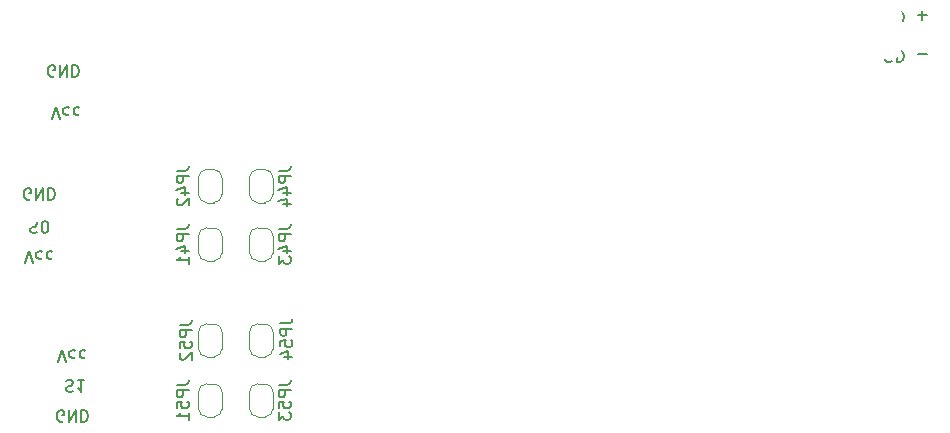
<source format=gbr>
%TF.GenerationSoftware,KiCad,Pcbnew,(5.1.10)-1*%
%TF.CreationDate,2022-02-21T21:55:40+01:00*%
%TF.ProjectId,BSPD-CV_3_0_01B,42535044-2d43-4565-9f33-5f305f303142,rev?*%
%TF.SameCoordinates,Original*%
%TF.FileFunction,Legend,Bot*%
%TF.FilePolarity,Positive*%
%FSLAX46Y46*%
G04 Gerber Fmt 4.6, Leading zero omitted, Abs format (unit mm)*
G04 Created by KiCad (PCBNEW (5.1.10)-1) date 2022-02-21 21:55:40*
%MOMM*%
%LPD*%
G01*
G04 APERTURE LIST*
%ADD10C,0.150000*%
%ADD11C,0.120000*%
%ADD12O,1.600000X1.600000*%
%ADD13R,1.600000X1.600000*%
%ADD14C,1.700000*%
%ADD15O,2.200000X1.700000*%
%ADD16C,4.700000*%
%ADD17C,2.000000*%
%ADD18C,0.100000*%
G04 APERTURE END LIST*
D10*
X224528285Y-107545238D02*
X224671142Y-107497619D01*
X224909238Y-107497619D01*
X225004476Y-107545238D01*
X225052095Y-107592857D01*
X225099714Y-107688095D01*
X225099714Y-107783333D01*
X225052095Y-107878571D01*
X225004476Y-107926190D01*
X224909238Y-107973809D01*
X224718761Y-108021428D01*
X224623523Y-108069047D01*
X224575904Y-108116666D01*
X224528285Y-108211904D01*
X224528285Y-108307142D01*
X224575904Y-108402380D01*
X224623523Y-108450000D01*
X224718761Y-108497619D01*
X224956857Y-108497619D01*
X225099714Y-108450000D01*
X225528285Y-107497619D02*
X225528285Y-108497619D01*
X225766380Y-108497619D01*
X225909238Y-108450000D01*
X226004476Y-108354761D01*
X226052095Y-108259523D01*
X226099714Y-108069047D01*
X226099714Y-107926190D01*
X226052095Y-107735714D01*
X226004476Y-107640476D01*
X225909238Y-107545238D01*
X225766380Y-107497619D01*
X225528285Y-107497619D01*
X227290190Y-107878571D02*
X228052095Y-107878571D01*
X224528285Y-104243238D02*
X224671142Y-104195619D01*
X224909238Y-104195619D01*
X225004476Y-104243238D01*
X225052095Y-104290857D01*
X225099714Y-104386095D01*
X225099714Y-104481333D01*
X225052095Y-104576571D01*
X225004476Y-104624190D01*
X224909238Y-104671809D01*
X224718761Y-104719428D01*
X224623523Y-104767047D01*
X224575904Y-104814666D01*
X224528285Y-104909904D01*
X224528285Y-105005142D01*
X224575904Y-105100380D01*
X224623523Y-105148000D01*
X224718761Y-105195619D01*
X224956857Y-105195619D01*
X225099714Y-105148000D01*
X225528285Y-104195619D02*
X225528285Y-105195619D01*
X225766380Y-105195619D01*
X225909238Y-105148000D01*
X226004476Y-105052761D01*
X226052095Y-104957523D01*
X226099714Y-104767047D01*
X226099714Y-104624190D01*
X226052095Y-104433714D01*
X226004476Y-104338476D01*
X225909238Y-104243238D01*
X225766380Y-104195619D01*
X225528285Y-104195619D01*
X227290190Y-104576571D02*
X228052095Y-104576571D01*
X227671142Y-104195619D02*
X227671142Y-104957523D01*
X154178095Y-109720000D02*
X154082857Y-109767619D01*
X153940000Y-109767619D01*
X153797142Y-109720000D01*
X153701904Y-109624761D01*
X153654285Y-109529523D01*
X153606666Y-109339047D01*
X153606666Y-109196190D01*
X153654285Y-109005714D01*
X153701904Y-108910476D01*
X153797142Y-108815238D01*
X153940000Y-108767619D01*
X154035238Y-108767619D01*
X154178095Y-108815238D01*
X154225714Y-108862857D01*
X154225714Y-109196190D01*
X154035238Y-109196190D01*
X154654285Y-108767619D02*
X154654285Y-109767619D01*
X155225714Y-108767619D01*
X155225714Y-109767619D01*
X155701904Y-108767619D02*
X155701904Y-109767619D01*
X155940000Y-109767619D01*
X156082857Y-109720000D01*
X156178095Y-109624761D01*
X156225714Y-109529523D01*
X156273333Y-109339047D01*
X156273333Y-109196190D01*
X156225714Y-109005714D01*
X156178095Y-108910476D01*
X156082857Y-108815238D01*
X155940000Y-108767619D01*
X155701904Y-108767619D01*
X154003523Y-113323619D02*
X154336857Y-112323619D01*
X154670190Y-113323619D01*
X155432095Y-112371238D02*
X155336857Y-112323619D01*
X155146380Y-112323619D01*
X155051142Y-112371238D01*
X155003523Y-112418857D01*
X154955904Y-112514095D01*
X154955904Y-112799809D01*
X155003523Y-112895047D01*
X155051142Y-112942666D01*
X155146380Y-112990285D01*
X155336857Y-112990285D01*
X155432095Y-112942666D01*
X156289238Y-112371238D02*
X156194000Y-112323619D01*
X156003523Y-112323619D01*
X155908285Y-112371238D01*
X155860666Y-112418857D01*
X155813047Y-112514095D01*
X155813047Y-112799809D01*
X155860666Y-112895047D01*
X155908285Y-112942666D01*
X156003523Y-112990285D01*
X156194000Y-112990285D01*
X156289238Y-112942666D01*
X155194095Y-135485238D02*
X155336952Y-135437619D01*
X155575047Y-135437619D01*
X155670285Y-135485238D01*
X155717904Y-135532857D01*
X155765523Y-135628095D01*
X155765523Y-135723333D01*
X155717904Y-135818571D01*
X155670285Y-135866190D01*
X155575047Y-135913809D01*
X155384571Y-135961428D01*
X155289333Y-136009047D01*
X155241714Y-136056666D01*
X155194095Y-136151904D01*
X155194095Y-136247142D01*
X155241714Y-136342380D01*
X155289333Y-136390000D01*
X155384571Y-136437619D01*
X155622666Y-136437619D01*
X155765523Y-136390000D01*
X156717904Y-135437619D02*
X156146476Y-135437619D01*
X156432190Y-135437619D02*
X156432190Y-136437619D01*
X156336952Y-136294761D01*
X156241714Y-136199523D01*
X156146476Y-136151904D01*
X154940095Y-138930000D02*
X154844857Y-138977619D01*
X154702000Y-138977619D01*
X154559142Y-138930000D01*
X154463904Y-138834761D01*
X154416285Y-138739523D01*
X154368666Y-138549047D01*
X154368666Y-138406190D01*
X154416285Y-138215714D01*
X154463904Y-138120476D01*
X154559142Y-138025238D01*
X154702000Y-137977619D01*
X154797238Y-137977619D01*
X154940095Y-138025238D01*
X154987714Y-138072857D01*
X154987714Y-138406190D01*
X154797238Y-138406190D01*
X155416285Y-137977619D02*
X155416285Y-138977619D01*
X155987714Y-137977619D01*
X155987714Y-138977619D01*
X156463904Y-137977619D02*
X156463904Y-138977619D01*
X156702000Y-138977619D01*
X156844857Y-138930000D01*
X156940095Y-138834761D01*
X156987714Y-138739523D01*
X157035333Y-138549047D01*
X157035333Y-138406190D01*
X156987714Y-138215714D01*
X156940095Y-138120476D01*
X156844857Y-138025238D01*
X156702000Y-137977619D01*
X156463904Y-137977619D01*
X154511523Y-133897619D02*
X154844857Y-132897619D01*
X155178190Y-133897619D01*
X155940095Y-132945238D02*
X155844857Y-132897619D01*
X155654380Y-132897619D01*
X155559142Y-132945238D01*
X155511523Y-132992857D01*
X155463904Y-133088095D01*
X155463904Y-133373809D01*
X155511523Y-133469047D01*
X155559142Y-133516666D01*
X155654380Y-133564285D01*
X155844857Y-133564285D01*
X155940095Y-133516666D01*
X156797238Y-132945238D02*
X156702000Y-132897619D01*
X156511523Y-132897619D01*
X156416285Y-132945238D01*
X156368666Y-132992857D01*
X156321047Y-133088095D01*
X156321047Y-133373809D01*
X156368666Y-133469047D01*
X156416285Y-133516666D01*
X156511523Y-133564285D01*
X156702000Y-133564285D01*
X156797238Y-133516666D01*
X151717523Y-125515619D02*
X152050857Y-124515619D01*
X152384190Y-125515619D01*
X153146095Y-124563238D02*
X153050857Y-124515619D01*
X152860380Y-124515619D01*
X152765142Y-124563238D01*
X152717523Y-124610857D01*
X152669904Y-124706095D01*
X152669904Y-124991809D01*
X152717523Y-125087047D01*
X152765142Y-125134666D01*
X152860380Y-125182285D01*
X153050857Y-125182285D01*
X153146095Y-125134666D01*
X154003238Y-124563238D02*
X153908000Y-124515619D01*
X153717523Y-124515619D01*
X153622285Y-124563238D01*
X153574666Y-124610857D01*
X153527047Y-124706095D01*
X153527047Y-124991809D01*
X153574666Y-125087047D01*
X153622285Y-125134666D01*
X153717523Y-125182285D01*
X153908000Y-125182285D01*
X154003238Y-125134666D01*
X152146095Y-122023238D02*
X152288952Y-121975619D01*
X152527047Y-121975619D01*
X152622285Y-122023238D01*
X152669904Y-122070857D01*
X152717523Y-122166095D01*
X152717523Y-122261333D01*
X152669904Y-122356571D01*
X152622285Y-122404190D01*
X152527047Y-122451809D01*
X152336571Y-122499428D01*
X152241333Y-122547047D01*
X152193714Y-122594666D01*
X152146095Y-122689904D01*
X152146095Y-122785142D01*
X152193714Y-122880380D01*
X152241333Y-122928000D01*
X152336571Y-122975619D01*
X152574666Y-122975619D01*
X152717523Y-122928000D01*
X153336571Y-122975619D02*
X153431809Y-122975619D01*
X153527047Y-122928000D01*
X153574666Y-122880380D01*
X153622285Y-122785142D01*
X153669904Y-122594666D01*
X153669904Y-122356571D01*
X153622285Y-122166095D01*
X153574666Y-122070857D01*
X153527047Y-122023238D01*
X153431809Y-121975619D01*
X153336571Y-121975619D01*
X153241333Y-122023238D01*
X153193714Y-122070857D01*
X153146095Y-122166095D01*
X153098476Y-122356571D01*
X153098476Y-122594666D01*
X153146095Y-122785142D01*
X153193714Y-122880380D01*
X153241333Y-122928000D01*
X153336571Y-122975619D01*
X152146095Y-120134000D02*
X152050857Y-120181619D01*
X151908000Y-120181619D01*
X151765142Y-120134000D01*
X151669904Y-120038761D01*
X151622285Y-119943523D01*
X151574666Y-119753047D01*
X151574666Y-119610190D01*
X151622285Y-119419714D01*
X151669904Y-119324476D01*
X151765142Y-119229238D01*
X151908000Y-119181619D01*
X152003238Y-119181619D01*
X152146095Y-119229238D01*
X152193714Y-119276857D01*
X152193714Y-119610190D01*
X152003238Y-119610190D01*
X152622285Y-119181619D02*
X152622285Y-120181619D01*
X153193714Y-119181619D01*
X153193714Y-120181619D01*
X153669904Y-119181619D02*
X153669904Y-120181619D01*
X153908000Y-120181619D01*
X154050857Y-120134000D01*
X154146095Y-120038761D01*
X154193714Y-119943523D01*
X154241333Y-119753047D01*
X154241333Y-119610190D01*
X154193714Y-119419714D01*
X154146095Y-119324476D01*
X154050857Y-119229238D01*
X153908000Y-119181619D01*
X153669904Y-119181619D01*
D11*
%TO.C,JP54*%
X170704000Y-131380000D02*
X170704000Y-132780000D01*
X171404000Y-133480000D02*
X172004000Y-133480000D01*
X172704000Y-132780000D02*
X172704000Y-131380000D01*
X172004000Y-130680000D02*
X171404000Y-130680000D01*
X171404000Y-130680000D02*
G75*
G03*
X170704000Y-131380000I0J-700000D01*
G01*
X172704000Y-131380000D02*
G75*
G03*
X172004000Y-130680000I-700000J0D01*
G01*
X172004000Y-133480000D02*
G75*
G03*
X172704000Y-132780000I0J700000D01*
G01*
X170704000Y-132780000D02*
G75*
G03*
X171404000Y-133480000I700000J0D01*
G01*
%TO.C,JP53*%
X172704000Y-137860000D02*
X172704000Y-136460000D01*
X172004000Y-135760000D02*
X171404000Y-135760000D01*
X170704000Y-136460000D02*
X170704000Y-137860000D01*
X171404000Y-138560000D02*
X172004000Y-138560000D01*
X172004000Y-138560000D02*
G75*
G03*
X172704000Y-137860000I0J700000D01*
G01*
X170704000Y-137860000D02*
G75*
G03*
X171404000Y-138560000I700000J0D01*
G01*
X171404000Y-135760000D02*
G75*
G03*
X170704000Y-136460000I0J-700000D01*
G01*
X172704000Y-136460000D02*
G75*
G03*
X172004000Y-135760000I-700000J0D01*
G01*
%TO.C,JP52*%
X166386000Y-131380000D02*
X166386000Y-132780000D01*
X167086000Y-133480000D02*
X167686000Y-133480000D01*
X168386000Y-132780000D02*
X168386000Y-131380000D01*
X167686000Y-130680000D02*
X167086000Y-130680000D01*
X167086000Y-130680000D02*
G75*
G03*
X166386000Y-131380000I0J-700000D01*
G01*
X168386000Y-131380000D02*
G75*
G03*
X167686000Y-130680000I-700000J0D01*
G01*
X167686000Y-133480000D02*
G75*
G03*
X168386000Y-132780000I0J700000D01*
G01*
X166386000Y-132780000D02*
G75*
G03*
X167086000Y-133480000I700000J0D01*
G01*
%TO.C,JP51*%
X168386000Y-137860000D02*
X168386000Y-136460000D01*
X167686000Y-135760000D02*
X167086000Y-135760000D01*
X166386000Y-136460000D02*
X166386000Y-137860000D01*
X167086000Y-138560000D02*
X167686000Y-138560000D01*
X167686000Y-138560000D02*
G75*
G03*
X168386000Y-137860000I0J700000D01*
G01*
X166386000Y-137860000D02*
G75*
G03*
X167086000Y-138560000I700000J0D01*
G01*
X167086000Y-135760000D02*
G75*
G03*
X166386000Y-136460000I0J-700000D01*
G01*
X168386000Y-136460000D02*
G75*
G03*
X167686000Y-135760000I-700000J0D01*
G01*
%TO.C,JP44*%
X170704000Y-118314000D02*
X170704000Y-119714000D01*
X171404000Y-120414000D02*
X172004000Y-120414000D01*
X172704000Y-119714000D02*
X172704000Y-118314000D01*
X172004000Y-117614000D02*
X171404000Y-117614000D01*
X171404000Y-117614000D02*
G75*
G03*
X170704000Y-118314000I0J-700000D01*
G01*
X172704000Y-118314000D02*
G75*
G03*
X172004000Y-117614000I-700000J0D01*
G01*
X172004000Y-120414000D02*
G75*
G03*
X172704000Y-119714000I0J700000D01*
G01*
X170704000Y-119714000D02*
G75*
G03*
X171404000Y-120414000I700000J0D01*
G01*
%TO.C,JP43*%
X172704000Y-124652000D02*
X172704000Y-123252000D01*
X172004000Y-122552000D02*
X171404000Y-122552000D01*
X170704000Y-123252000D02*
X170704000Y-124652000D01*
X171404000Y-125352000D02*
X172004000Y-125352000D01*
X172004000Y-125352000D02*
G75*
G03*
X172704000Y-124652000I0J700000D01*
G01*
X170704000Y-124652000D02*
G75*
G03*
X171404000Y-125352000I700000J0D01*
G01*
X171404000Y-122552000D02*
G75*
G03*
X170704000Y-123252000I0J-700000D01*
G01*
X172704000Y-123252000D02*
G75*
G03*
X172004000Y-122552000I-700000J0D01*
G01*
%TO.C,JP42*%
X166386000Y-118314000D02*
X166386000Y-119714000D01*
X167086000Y-120414000D02*
X167686000Y-120414000D01*
X168386000Y-119714000D02*
X168386000Y-118314000D01*
X167686000Y-117614000D02*
X167086000Y-117614000D01*
X167086000Y-117614000D02*
G75*
G03*
X166386000Y-118314000I0J-700000D01*
G01*
X168386000Y-118314000D02*
G75*
G03*
X167686000Y-117614000I-700000J0D01*
G01*
X167686000Y-120414000D02*
G75*
G03*
X168386000Y-119714000I0J700000D01*
G01*
X166386000Y-119714000D02*
G75*
G03*
X167086000Y-120414000I700000J0D01*
G01*
%TO.C,JP41*%
X168386000Y-124652000D02*
X168386000Y-123252000D01*
X167686000Y-122552000D02*
X167086000Y-122552000D01*
X166386000Y-123252000D02*
X166386000Y-124652000D01*
X167086000Y-125352000D02*
X167686000Y-125352000D01*
X167686000Y-125352000D02*
G75*
G03*
X168386000Y-124652000I0J700000D01*
G01*
X166386000Y-124652000D02*
G75*
G03*
X167086000Y-125352000I700000J0D01*
G01*
X167086000Y-122552000D02*
G75*
G03*
X166386000Y-123252000I0J-700000D01*
G01*
X168386000Y-123252000D02*
G75*
G03*
X167686000Y-122552000I-700000J0D01*
G01*
%TO.C,JP54*%
D10*
X173315380Y-130643476D02*
X174029666Y-130643476D01*
X174172523Y-130595857D01*
X174267761Y-130500619D01*
X174315380Y-130357761D01*
X174315380Y-130262523D01*
X174315380Y-131119666D02*
X173315380Y-131119666D01*
X173315380Y-131500619D01*
X173363000Y-131595857D01*
X173410619Y-131643476D01*
X173505857Y-131691095D01*
X173648714Y-131691095D01*
X173743952Y-131643476D01*
X173791571Y-131595857D01*
X173839190Y-131500619D01*
X173839190Y-131119666D01*
X173315380Y-132595857D02*
X173315380Y-132119666D01*
X173791571Y-132072047D01*
X173743952Y-132119666D01*
X173696333Y-132214904D01*
X173696333Y-132453000D01*
X173743952Y-132548238D01*
X173791571Y-132595857D01*
X173886809Y-132643476D01*
X174124904Y-132643476D01*
X174220142Y-132595857D01*
X174267761Y-132548238D01*
X174315380Y-132453000D01*
X174315380Y-132214904D01*
X174267761Y-132119666D01*
X174220142Y-132072047D01*
X173648714Y-133500619D02*
X174315380Y-133500619D01*
X173267761Y-133262523D02*
X173982047Y-133024428D01*
X173982047Y-133643476D01*
%TO.C,JP53*%
X173188380Y-135850476D02*
X173902666Y-135850476D01*
X174045523Y-135802857D01*
X174140761Y-135707619D01*
X174188380Y-135564761D01*
X174188380Y-135469523D01*
X174188380Y-136326666D02*
X173188380Y-136326666D01*
X173188380Y-136707619D01*
X173236000Y-136802857D01*
X173283619Y-136850476D01*
X173378857Y-136898095D01*
X173521714Y-136898095D01*
X173616952Y-136850476D01*
X173664571Y-136802857D01*
X173712190Y-136707619D01*
X173712190Y-136326666D01*
X173188380Y-137802857D02*
X173188380Y-137326666D01*
X173664571Y-137279047D01*
X173616952Y-137326666D01*
X173569333Y-137421904D01*
X173569333Y-137660000D01*
X173616952Y-137755238D01*
X173664571Y-137802857D01*
X173759809Y-137850476D01*
X173997904Y-137850476D01*
X174093142Y-137802857D01*
X174140761Y-137755238D01*
X174188380Y-137660000D01*
X174188380Y-137421904D01*
X174140761Y-137326666D01*
X174093142Y-137279047D01*
X173188380Y-138183809D02*
X173188380Y-138802857D01*
X173569333Y-138469523D01*
X173569333Y-138612380D01*
X173616952Y-138707619D01*
X173664571Y-138755238D01*
X173759809Y-138802857D01*
X173997904Y-138802857D01*
X174093142Y-138755238D01*
X174140761Y-138707619D01*
X174188380Y-138612380D01*
X174188380Y-138326666D01*
X174140761Y-138231428D01*
X174093142Y-138183809D01*
%TO.C,JP52*%
X164806380Y-130770476D02*
X165520666Y-130770476D01*
X165663523Y-130722857D01*
X165758761Y-130627619D01*
X165806380Y-130484761D01*
X165806380Y-130389523D01*
X165806380Y-131246666D02*
X164806380Y-131246666D01*
X164806380Y-131627619D01*
X164854000Y-131722857D01*
X164901619Y-131770476D01*
X164996857Y-131818095D01*
X165139714Y-131818095D01*
X165234952Y-131770476D01*
X165282571Y-131722857D01*
X165330190Y-131627619D01*
X165330190Y-131246666D01*
X164806380Y-132722857D02*
X164806380Y-132246666D01*
X165282571Y-132199047D01*
X165234952Y-132246666D01*
X165187333Y-132341904D01*
X165187333Y-132580000D01*
X165234952Y-132675238D01*
X165282571Y-132722857D01*
X165377809Y-132770476D01*
X165615904Y-132770476D01*
X165711142Y-132722857D01*
X165758761Y-132675238D01*
X165806380Y-132580000D01*
X165806380Y-132341904D01*
X165758761Y-132246666D01*
X165711142Y-132199047D01*
X164901619Y-133151428D02*
X164854000Y-133199047D01*
X164806380Y-133294285D01*
X164806380Y-133532380D01*
X164854000Y-133627619D01*
X164901619Y-133675238D01*
X164996857Y-133722857D01*
X165092095Y-133722857D01*
X165234952Y-133675238D01*
X165806380Y-133103809D01*
X165806380Y-133722857D01*
%TO.C,JP51*%
X164552380Y-135850476D02*
X165266666Y-135850476D01*
X165409523Y-135802857D01*
X165504761Y-135707619D01*
X165552380Y-135564761D01*
X165552380Y-135469523D01*
X165552380Y-136326666D02*
X164552380Y-136326666D01*
X164552380Y-136707619D01*
X164600000Y-136802857D01*
X164647619Y-136850476D01*
X164742857Y-136898095D01*
X164885714Y-136898095D01*
X164980952Y-136850476D01*
X165028571Y-136802857D01*
X165076190Y-136707619D01*
X165076190Y-136326666D01*
X164552380Y-137802857D02*
X164552380Y-137326666D01*
X165028571Y-137279047D01*
X164980952Y-137326666D01*
X164933333Y-137421904D01*
X164933333Y-137660000D01*
X164980952Y-137755238D01*
X165028571Y-137802857D01*
X165123809Y-137850476D01*
X165361904Y-137850476D01*
X165457142Y-137802857D01*
X165504761Y-137755238D01*
X165552380Y-137660000D01*
X165552380Y-137421904D01*
X165504761Y-137326666D01*
X165457142Y-137279047D01*
X165552380Y-138802857D02*
X165552380Y-138231428D01*
X165552380Y-138517142D02*
X164552380Y-138517142D01*
X164695238Y-138421904D01*
X164790476Y-138326666D01*
X164838095Y-138231428D01*
%TO.C,JP44*%
X173188380Y-117704476D02*
X173902666Y-117704476D01*
X174045523Y-117656857D01*
X174140761Y-117561619D01*
X174188380Y-117418761D01*
X174188380Y-117323523D01*
X174188380Y-118180666D02*
X173188380Y-118180666D01*
X173188380Y-118561619D01*
X173236000Y-118656857D01*
X173283619Y-118704476D01*
X173378857Y-118752095D01*
X173521714Y-118752095D01*
X173616952Y-118704476D01*
X173664571Y-118656857D01*
X173712190Y-118561619D01*
X173712190Y-118180666D01*
X173521714Y-119609238D02*
X174188380Y-119609238D01*
X173140761Y-119371142D02*
X173855047Y-119133047D01*
X173855047Y-119752095D01*
X173521714Y-120561619D02*
X174188380Y-120561619D01*
X173140761Y-120323523D02*
X173855047Y-120085428D01*
X173855047Y-120704476D01*
%TO.C,JP43*%
X173188380Y-122642476D02*
X173902666Y-122642476D01*
X174045523Y-122594857D01*
X174140761Y-122499619D01*
X174188380Y-122356761D01*
X174188380Y-122261523D01*
X174188380Y-123118666D02*
X173188380Y-123118666D01*
X173188380Y-123499619D01*
X173236000Y-123594857D01*
X173283619Y-123642476D01*
X173378857Y-123690095D01*
X173521714Y-123690095D01*
X173616952Y-123642476D01*
X173664571Y-123594857D01*
X173712190Y-123499619D01*
X173712190Y-123118666D01*
X173521714Y-124547238D02*
X174188380Y-124547238D01*
X173140761Y-124309142D02*
X173855047Y-124071047D01*
X173855047Y-124690095D01*
X173188380Y-124975809D02*
X173188380Y-125594857D01*
X173569333Y-125261523D01*
X173569333Y-125404380D01*
X173616952Y-125499619D01*
X173664571Y-125547238D01*
X173759809Y-125594857D01*
X173997904Y-125594857D01*
X174093142Y-125547238D01*
X174140761Y-125499619D01*
X174188380Y-125404380D01*
X174188380Y-125118666D01*
X174140761Y-125023428D01*
X174093142Y-124975809D01*
%TO.C,JP42*%
X164552380Y-117704476D02*
X165266666Y-117704476D01*
X165409523Y-117656857D01*
X165504761Y-117561619D01*
X165552380Y-117418761D01*
X165552380Y-117323523D01*
X165552380Y-118180666D02*
X164552380Y-118180666D01*
X164552380Y-118561619D01*
X164600000Y-118656857D01*
X164647619Y-118704476D01*
X164742857Y-118752095D01*
X164885714Y-118752095D01*
X164980952Y-118704476D01*
X165028571Y-118656857D01*
X165076190Y-118561619D01*
X165076190Y-118180666D01*
X164885714Y-119609238D02*
X165552380Y-119609238D01*
X164504761Y-119371142D02*
X165219047Y-119133047D01*
X165219047Y-119752095D01*
X164647619Y-120085428D02*
X164600000Y-120133047D01*
X164552380Y-120228285D01*
X164552380Y-120466380D01*
X164600000Y-120561619D01*
X164647619Y-120609238D01*
X164742857Y-120656857D01*
X164838095Y-120656857D01*
X164980952Y-120609238D01*
X165552380Y-120037809D01*
X165552380Y-120656857D01*
%TO.C,JP41*%
X164552380Y-122642476D02*
X165266666Y-122642476D01*
X165409523Y-122594857D01*
X165504761Y-122499619D01*
X165552380Y-122356761D01*
X165552380Y-122261523D01*
X165552380Y-123118666D02*
X164552380Y-123118666D01*
X164552380Y-123499619D01*
X164600000Y-123594857D01*
X164647619Y-123642476D01*
X164742857Y-123690095D01*
X164885714Y-123690095D01*
X164980952Y-123642476D01*
X165028571Y-123594857D01*
X165076190Y-123499619D01*
X165076190Y-123118666D01*
X164885714Y-124547238D02*
X165552380Y-124547238D01*
X164504761Y-124309142D02*
X165219047Y-124071047D01*
X165219047Y-124690095D01*
X165552380Y-125594857D02*
X165552380Y-125023428D01*
X165552380Y-125309142D02*
X164552380Y-125309142D01*
X164695238Y-125213904D01*
X164790476Y-125118666D01*
X164838095Y-125023428D01*
%TD*%
%LPC*%
D12*
%TO.C,U15*%
X218059000Y-138023600D03*
X210439000Y-145643600D03*
X218059000Y-140563600D03*
X210439000Y-143103600D03*
X218059000Y-143103600D03*
X210439000Y-140563600D03*
X218059000Y-145643600D03*
D13*
X210439000Y-138023600D03*
%TD*%
D12*
%TO.C,U12*%
X221361000Y-124688600D03*
X213741000Y-132308600D03*
X221361000Y-127228600D03*
X213741000Y-129768600D03*
X221361000Y-129768600D03*
X213741000Y-127228600D03*
X221361000Y-132308600D03*
D13*
X213741000Y-124688600D03*
%TD*%
D14*
%TO.C,J3*%
X152078000Y-133430000D03*
X152078000Y-138430000D03*
D15*
X159258000Y-133430000D03*
X159258000Y-135930000D03*
G36*
G01*
X160358000Y-137830000D02*
X160358000Y-139030000D01*
G75*
G02*
X160108000Y-139280000I-250000J0D01*
G01*
X158408000Y-139280000D01*
G75*
G02*
X158158000Y-139030000I0J250000D01*
G01*
X158158000Y-137830000D01*
G75*
G02*
X158408000Y-137580000I250000J0D01*
G01*
X160108000Y-137580000D01*
G75*
G02*
X160358000Y-137830000I0J-250000D01*
G01*
G37*
%TD*%
D14*
%TO.C,J2*%
X152078000Y-121492000D03*
X152078000Y-126492000D03*
D15*
X159258000Y-121492000D03*
X159258000Y-123992000D03*
G36*
G01*
X160358000Y-125892000D02*
X160358000Y-127092000D01*
G75*
G02*
X160108000Y-127342000I-250000J0D01*
G01*
X158408000Y-127342000D01*
G75*
G02*
X158158000Y-127092000I0J250000D01*
G01*
X158158000Y-125892000D01*
G75*
G02*
X158408000Y-125642000I250000J0D01*
G01*
X160108000Y-125642000D01*
G75*
G02*
X160358000Y-125892000I0J-250000D01*
G01*
G37*
%TD*%
D14*
%TO.C,J4*%
X231995400Y-107402000D03*
X231995400Y-104902000D03*
D15*
X224815400Y-107402000D03*
G36*
G01*
X223715400Y-105502000D02*
X223715400Y-104302000D01*
G75*
G02*
X223965400Y-104052000I250000J0D01*
G01*
X225665400Y-104052000D01*
G75*
G02*
X225915400Y-104302000I0J-250000D01*
G01*
X225915400Y-105502000D01*
G75*
G02*
X225665400Y-105752000I-250000J0D01*
G01*
X223965400Y-105752000D01*
G75*
G02*
X223715400Y-105502000I0J250000D01*
G01*
G37*
%TD*%
D14*
%TO.C,J1*%
X151570000Y-109768000D03*
X151570000Y-112268000D03*
D15*
X158750000Y-109768000D03*
G36*
G01*
X159850000Y-111668000D02*
X159850000Y-112868000D01*
G75*
G02*
X159600000Y-113118000I-250000J0D01*
G01*
X157900000Y-113118000D01*
G75*
G02*
X157650000Y-112868000I0J250000D01*
G01*
X157650000Y-111668000D01*
G75*
G02*
X157900000Y-111418000I250000J0D01*
G01*
X159600000Y-111418000D01*
G75*
G02*
X159850000Y-111668000I0J-250000D01*
G01*
G37*
%TD*%
D16*
%TO.C,H4*%
X232588000Y-148000000D03*
%TD*%
%TO.C,H3*%
X153000000Y-148000000D03*
%TD*%
%TO.C,H2*%
X232588000Y-98000000D03*
%TD*%
%TO.C,H1*%
X153000000Y-98000000D03*
%TD*%
D17*
%TO.C,K101*%
X206878000Y-107432000D03*
X203378000Y-99832000D03*
X210378000Y-99832000D03*
X186878000Y-99832000D03*
X186878000Y-107432000D03*
%TD*%
D18*
%TO.C,JP54*%
G36*
X170954000Y-131930000D02*
G01*
X170954000Y-131430000D01*
X170954602Y-131430000D01*
X170954602Y-131405466D01*
X170959412Y-131356635D01*
X170968984Y-131308510D01*
X170983228Y-131261555D01*
X171002005Y-131216222D01*
X171025136Y-131172949D01*
X171052396Y-131132150D01*
X171083524Y-131094221D01*
X171118221Y-131059524D01*
X171156150Y-131028396D01*
X171196949Y-131001136D01*
X171240222Y-130978005D01*
X171285555Y-130959228D01*
X171332510Y-130944984D01*
X171380635Y-130935412D01*
X171429466Y-130930602D01*
X171454000Y-130930602D01*
X171454000Y-130930000D01*
X171954000Y-130930000D01*
X171954000Y-130930602D01*
X171978534Y-130930602D01*
X172027365Y-130935412D01*
X172075490Y-130944984D01*
X172122445Y-130959228D01*
X172167778Y-130978005D01*
X172211051Y-131001136D01*
X172251850Y-131028396D01*
X172289779Y-131059524D01*
X172324476Y-131094221D01*
X172355604Y-131132150D01*
X172382864Y-131172949D01*
X172405995Y-131216222D01*
X172424772Y-131261555D01*
X172439016Y-131308510D01*
X172448588Y-131356635D01*
X172453398Y-131405466D01*
X172453398Y-131430000D01*
X172454000Y-131430000D01*
X172454000Y-131930000D01*
X170954000Y-131930000D01*
G37*
G36*
X172453398Y-132730000D02*
G01*
X172453398Y-132754534D01*
X172448588Y-132803365D01*
X172439016Y-132851490D01*
X172424772Y-132898445D01*
X172405995Y-132943778D01*
X172382864Y-132987051D01*
X172355604Y-133027850D01*
X172324476Y-133065779D01*
X172289779Y-133100476D01*
X172251850Y-133131604D01*
X172211051Y-133158864D01*
X172167778Y-133181995D01*
X172122445Y-133200772D01*
X172075490Y-133215016D01*
X172027365Y-133224588D01*
X171978534Y-133229398D01*
X171954000Y-133229398D01*
X171954000Y-133230000D01*
X171454000Y-133230000D01*
X171454000Y-133229398D01*
X171429466Y-133229398D01*
X171380635Y-133224588D01*
X171332510Y-133215016D01*
X171285555Y-133200772D01*
X171240222Y-133181995D01*
X171196949Y-133158864D01*
X171156150Y-133131604D01*
X171118221Y-133100476D01*
X171083524Y-133065779D01*
X171052396Y-133027850D01*
X171025136Y-132987051D01*
X171002005Y-132943778D01*
X170983228Y-132898445D01*
X170968984Y-132851490D01*
X170959412Y-132803365D01*
X170954602Y-132754534D01*
X170954602Y-132730000D01*
X170954000Y-132730000D01*
X170954000Y-132230000D01*
X172454000Y-132230000D01*
X172454000Y-132730000D01*
X172453398Y-132730000D01*
G37*
%TD*%
%TO.C,JP53*%
G36*
X170954602Y-136510000D02*
G01*
X170954602Y-136485466D01*
X170959412Y-136436635D01*
X170968984Y-136388510D01*
X170983228Y-136341555D01*
X171002005Y-136296222D01*
X171025136Y-136252949D01*
X171052396Y-136212150D01*
X171083524Y-136174221D01*
X171118221Y-136139524D01*
X171156150Y-136108396D01*
X171196949Y-136081136D01*
X171240222Y-136058005D01*
X171285555Y-136039228D01*
X171332510Y-136024984D01*
X171380635Y-136015412D01*
X171429466Y-136010602D01*
X171454000Y-136010602D01*
X171454000Y-136010000D01*
X171954000Y-136010000D01*
X171954000Y-136010602D01*
X171978534Y-136010602D01*
X172027365Y-136015412D01*
X172075490Y-136024984D01*
X172122445Y-136039228D01*
X172167778Y-136058005D01*
X172211051Y-136081136D01*
X172251850Y-136108396D01*
X172289779Y-136139524D01*
X172324476Y-136174221D01*
X172355604Y-136212150D01*
X172382864Y-136252949D01*
X172405995Y-136296222D01*
X172424772Y-136341555D01*
X172439016Y-136388510D01*
X172448588Y-136436635D01*
X172453398Y-136485466D01*
X172453398Y-136510000D01*
X172454000Y-136510000D01*
X172454000Y-137010000D01*
X170954000Y-137010000D01*
X170954000Y-136510000D01*
X170954602Y-136510000D01*
G37*
G36*
X172454000Y-137310000D02*
G01*
X172454000Y-137810000D01*
X172453398Y-137810000D01*
X172453398Y-137834534D01*
X172448588Y-137883365D01*
X172439016Y-137931490D01*
X172424772Y-137978445D01*
X172405995Y-138023778D01*
X172382864Y-138067051D01*
X172355604Y-138107850D01*
X172324476Y-138145779D01*
X172289779Y-138180476D01*
X172251850Y-138211604D01*
X172211051Y-138238864D01*
X172167778Y-138261995D01*
X172122445Y-138280772D01*
X172075490Y-138295016D01*
X172027365Y-138304588D01*
X171978534Y-138309398D01*
X171954000Y-138309398D01*
X171954000Y-138310000D01*
X171454000Y-138310000D01*
X171454000Y-138309398D01*
X171429466Y-138309398D01*
X171380635Y-138304588D01*
X171332510Y-138295016D01*
X171285555Y-138280772D01*
X171240222Y-138261995D01*
X171196949Y-138238864D01*
X171156150Y-138211604D01*
X171118221Y-138180476D01*
X171083524Y-138145779D01*
X171052396Y-138107850D01*
X171025136Y-138067051D01*
X171002005Y-138023778D01*
X170983228Y-137978445D01*
X170968984Y-137931490D01*
X170959412Y-137883365D01*
X170954602Y-137834534D01*
X170954602Y-137810000D01*
X170954000Y-137810000D01*
X170954000Y-137310000D01*
X172454000Y-137310000D01*
G37*
%TD*%
%TO.C,JP52*%
G36*
X168135398Y-132730000D02*
G01*
X168135398Y-132754534D01*
X168130588Y-132803365D01*
X168121016Y-132851490D01*
X168106772Y-132898445D01*
X168087995Y-132943778D01*
X168064864Y-132987051D01*
X168037604Y-133027850D01*
X168006476Y-133065779D01*
X167971779Y-133100476D01*
X167933850Y-133131604D01*
X167893051Y-133158864D01*
X167849778Y-133181995D01*
X167804445Y-133200772D01*
X167757490Y-133215016D01*
X167709365Y-133224588D01*
X167660534Y-133229398D01*
X167636000Y-133229398D01*
X167636000Y-133230000D01*
X167136000Y-133230000D01*
X167136000Y-133229398D01*
X167111466Y-133229398D01*
X167062635Y-133224588D01*
X167014510Y-133215016D01*
X166967555Y-133200772D01*
X166922222Y-133181995D01*
X166878949Y-133158864D01*
X166838150Y-133131604D01*
X166800221Y-133100476D01*
X166765524Y-133065779D01*
X166734396Y-133027850D01*
X166707136Y-132987051D01*
X166684005Y-132943778D01*
X166665228Y-132898445D01*
X166650984Y-132851490D01*
X166641412Y-132803365D01*
X166636602Y-132754534D01*
X166636602Y-132730000D01*
X166636000Y-132730000D01*
X166636000Y-132230000D01*
X168136000Y-132230000D01*
X168136000Y-132730000D01*
X168135398Y-132730000D01*
G37*
G36*
X166636000Y-131930000D02*
G01*
X166636000Y-131430000D01*
X166636602Y-131430000D01*
X166636602Y-131405466D01*
X166641412Y-131356635D01*
X166650984Y-131308510D01*
X166665228Y-131261555D01*
X166684005Y-131216222D01*
X166707136Y-131172949D01*
X166734396Y-131132150D01*
X166765524Y-131094221D01*
X166800221Y-131059524D01*
X166838150Y-131028396D01*
X166878949Y-131001136D01*
X166922222Y-130978005D01*
X166967555Y-130959228D01*
X167014510Y-130944984D01*
X167062635Y-130935412D01*
X167111466Y-130930602D01*
X167136000Y-130930602D01*
X167136000Y-130930000D01*
X167636000Y-130930000D01*
X167636000Y-130930602D01*
X167660534Y-130930602D01*
X167709365Y-130935412D01*
X167757490Y-130944984D01*
X167804445Y-130959228D01*
X167849778Y-130978005D01*
X167893051Y-131001136D01*
X167933850Y-131028396D01*
X167971779Y-131059524D01*
X168006476Y-131094221D01*
X168037604Y-131132150D01*
X168064864Y-131172949D01*
X168087995Y-131216222D01*
X168106772Y-131261555D01*
X168121016Y-131308510D01*
X168130588Y-131356635D01*
X168135398Y-131405466D01*
X168135398Y-131430000D01*
X168136000Y-131430000D01*
X168136000Y-131930000D01*
X166636000Y-131930000D01*
G37*
%TD*%
%TO.C,JP51*%
G36*
X168136000Y-137310000D02*
G01*
X168136000Y-137810000D01*
X168135398Y-137810000D01*
X168135398Y-137834534D01*
X168130588Y-137883365D01*
X168121016Y-137931490D01*
X168106772Y-137978445D01*
X168087995Y-138023778D01*
X168064864Y-138067051D01*
X168037604Y-138107850D01*
X168006476Y-138145779D01*
X167971779Y-138180476D01*
X167933850Y-138211604D01*
X167893051Y-138238864D01*
X167849778Y-138261995D01*
X167804445Y-138280772D01*
X167757490Y-138295016D01*
X167709365Y-138304588D01*
X167660534Y-138309398D01*
X167636000Y-138309398D01*
X167636000Y-138310000D01*
X167136000Y-138310000D01*
X167136000Y-138309398D01*
X167111466Y-138309398D01*
X167062635Y-138304588D01*
X167014510Y-138295016D01*
X166967555Y-138280772D01*
X166922222Y-138261995D01*
X166878949Y-138238864D01*
X166838150Y-138211604D01*
X166800221Y-138180476D01*
X166765524Y-138145779D01*
X166734396Y-138107850D01*
X166707136Y-138067051D01*
X166684005Y-138023778D01*
X166665228Y-137978445D01*
X166650984Y-137931490D01*
X166641412Y-137883365D01*
X166636602Y-137834534D01*
X166636602Y-137810000D01*
X166636000Y-137810000D01*
X166636000Y-137310000D01*
X168136000Y-137310000D01*
G37*
G36*
X166636602Y-136510000D02*
G01*
X166636602Y-136485466D01*
X166641412Y-136436635D01*
X166650984Y-136388510D01*
X166665228Y-136341555D01*
X166684005Y-136296222D01*
X166707136Y-136252949D01*
X166734396Y-136212150D01*
X166765524Y-136174221D01*
X166800221Y-136139524D01*
X166838150Y-136108396D01*
X166878949Y-136081136D01*
X166922222Y-136058005D01*
X166967555Y-136039228D01*
X167014510Y-136024984D01*
X167062635Y-136015412D01*
X167111466Y-136010602D01*
X167136000Y-136010602D01*
X167136000Y-136010000D01*
X167636000Y-136010000D01*
X167636000Y-136010602D01*
X167660534Y-136010602D01*
X167709365Y-136015412D01*
X167757490Y-136024984D01*
X167804445Y-136039228D01*
X167849778Y-136058005D01*
X167893051Y-136081136D01*
X167933850Y-136108396D01*
X167971779Y-136139524D01*
X168006476Y-136174221D01*
X168037604Y-136212150D01*
X168064864Y-136252949D01*
X168087995Y-136296222D01*
X168106772Y-136341555D01*
X168121016Y-136388510D01*
X168130588Y-136436635D01*
X168135398Y-136485466D01*
X168135398Y-136510000D01*
X168136000Y-136510000D01*
X168136000Y-137010000D01*
X166636000Y-137010000D01*
X166636000Y-136510000D01*
X166636602Y-136510000D01*
G37*
%TD*%
%TO.C,JP44*%
G36*
X170954000Y-118864000D02*
G01*
X170954000Y-118364000D01*
X170954602Y-118364000D01*
X170954602Y-118339466D01*
X170959412Y-118290635D01*
X170968984Y-118242510D01*
X170983228Y-118195555D01*
X171002005Y-118150222D01*
X171025136Y-118106949D01*
X171052396Y-118066150D01*
X171083524Y-118028221D01*
X171118221Y-117993524D01*
X171156150Y-117962396D01*
X171196949Y-117935136D01*
X171240222Y-117912005D01*
X171285555Y-117893228D01*
X171332510Y-117878984D01*
X171380635Y-117869412D01*
X171429466Y-117864602D01*
X171454000Y-117864602D01*
X171454000Y-117864000D01*
X171954000Y-117864000D01*
X171954000Y-117864602D01*
X171978534Y-117864602D01*
X172027365Y-117869412D01*
X172075490Y-117878984D01*
X172122445Y-117893228D01*
X172167778Y-117912005D01*
X172211051Y-117935136D01*
X172251850Y-117962396D01*
X172289779Y-117993524D01*
X172324476Y-118028221D01*
X172355604Y-118066150D01*
X172382864Y-118106949D01*
X172405995Y-118150222D01*
X172424772Y-118195555D01*
X172439016Y-118242510D01*
X172448588Y-118290635D01*
X172453398Y-118339466D01*
X172453398Y-118364000D01*
X172454000Y-118364000D01*
X172454000Y-118864000D01*
X170954000Y-118864000D01*
G37*
G36*
X172453398Y-119664000D02*
G01*
X172453398Y-119688534D01*
X172448588Y-119737365D01*
X172439016Y-119785490D01*
X172424772Y-119832445D01*
X172405995Y-119877778D01*
X172382864Y-119921051D01*
X172355604Y-119961850D01*
X172324476Y-119999779D01*
X172289779Y-120034476D01*
X172251850Y-120065604D01*
X172211051Y-120092864D01*
X172167778Y-120115995D01*
X172122445Y-120134772D01*
X172075490Y-120149016D01*
X172027365Y-120158588D01*
X171978534Y-120163398D01*
X171954000Y-120163398D01*
X171954000Y-120164000D01*
X171454000Y-120164000D01*
X171454000Y-120163398D01*
X171429466Y-120163398D01*
X171380635Y-120158588D01*
X171332510Y-120149016D01*
X171285555Y-120134772D01*
X171240222Y-120115995D01*
X171196949Y-120092864D01*
X171156150Y-120065604D01*
X171118221Y-120034476D01*
X171083524Y-119999779D01*
X171052396Y-119961850D01*
X171025136Y-119921051D01*
X171002005Y-119877778D01*
X170983228Y-119832445D01*
X170968984Y-119785490D01*
X170959412Y-119737365D01*
X170954602Y-119688534D01*
X170954602Y-119664000D01*
X170954000Y-119664000D01*
X170954000Y-119164000D01*
X172454000Y-119164000D01*
X172454000Y-119664000D01*
X172453398Y-119664000D01*
G37*
%TD*%
%TO.C,JP43*%
G36*
X170954602Y-123302000D02*
G01*
X170954602Y-123277466D01*
X170959412Y-123228635D01*
X170968984Y-123180510D01*
X170983228Y-123133555D01*
X171002005Y-123088222D01*
X171025136Y-123044949D01*
X171052396Y-123004150D01*
X171083524Y-122966221D01*
X171118221Y-122931524D01*
X171156150Y-122900396D01*
X171196949Y-122873136D01*
X171240222Y-122850005D01*
X171285555Y-122831228D01*
X171332510Y-122816984D01*
X171380635Y-122807412D01*
X171429466Y-122802602D01*
X171454000Y-122802602D01*
X171454000Y-122802000D01*
X171954000Y-122802000D01*
X171954000Y-122802602D01*
X171978534Y-122802602D01*
X172027365Y-122807412D01*
X172075490Y-122816984D01*
X172122445Y-122831228D01*
X172167778Y-122850005D01*
X172211051Y-122873136D01*
X172251850Y-122900396D01*
X172289779Y-122931524D01*
X172324476Y-122966221D01*
X172355604Y-123004150D01*
X172382864Y-123044949D01*
X172405995Y-123088222D01*
X172424772Y-123133555D01*
X172439016Y-123180510D01*
X172448588Y-123228635D01*
X172453398Y-123277466D01*
X172453398Y-123302000D01*
X172454000Y-123302000D01*
X172454000Y-123802000D01*
X170954000Y-123802000D01*
X170954000Y-123302000D01*
X170954602Y-123302000D01*
G37*
G36*
X172454000Y-124102000D02*
G01*
X172454000Y-124602000D01*
X172453398Y-124602000D01*
X172453398Y-124626534D01*
X172448588Y-124675365D01*
X172439016Y-124723490D01*
X172424772Y-124770445D01*
X172405995Y-124815778D01*
X172382864Y-124859051D01*
X172355604Y-124899850D01*
X172324476Y-124937779D01*
X172289779Y-124972476D01*
X172251850Y-125003604D01*
X172211051Y-125030864D01*
X172167778Y-125053995D01*
X172122445Y-125072772D01*
X172075490Y-125087016D01*
X172027365Y-125096588D01*
X171978534Y-125101398D01*
X171954000Y-125101398D01*
X171954000Y-125102000D01*
X171454000Y-125102000D01*
X171454000Y-125101398D01*
X171429466Y-125101398D01*
X171380635Y-125096588D01*
X171332510Y-125087016D01*
X171285555Y-125072772D01*
X171240222Y-125053995D01*
X171196949Y-125030864D01*
X171156150Y-125003604D01*
X171118221Y-124972476D01*
X171083524Y-124937779D01*
X171052396Y-124899850D01*
X171025136Y-124859051D01*
X171002005Y-124815778D01*
X170983228Y-124770445D01*
X170968984Y-124723490D01*
X170959412Y-124675365D01*
X170954602Y-124626534D01*
X170954602Y-124602000D01*
X170954000Y-124602000D01*
X170954000Y-124102000D01*
X172454000Y-124102000D01*
G37*
%TD*%
%TO.C,JP42*%
G36*
X168135398Y-119664000D02*
G01*
X168135398Y-119688534D01*
X168130588Y-119737365D01*
X168121016Y-119785490D01*
X168106772Y-119832445D01*
X168087995Y-119877778D01*
X168064864Y-119921051D01*
X168037604Y-119961850D01*
X168006476Y-119999779D01*
X167971779Y-120034476D01*
X167933850Y-120065604D01*
X167893051Y-120092864D01*
X167849778Y-120115995D01*
X167804445Y-120134772D01*
X167757490Y-120149016D01*
X167709365Y-120158588D01*
X167660534Y-120163398D01*
X167636000Y-120163398D01*
X167636000Y-120164000D01*
X167136000Y-120164000D01*
X167136000Y-120163398D01*
X167111466Y-120163398D01*
X167062635Y-120158588D01*
X167014510Y-120149016D01*
X166967555Y-120134772D01*
X166922222Y-120115995D01*
X166878949Y-120092864D01*
X166838150Y-120065604D01*
X166800221Y-120034476D01*
X166765524Y-119999779D01*
X166734396Y-119961850D01*
X166707136Y-119921051D01*
X166684005Y-119877778D01*
X166665228Y-119832445D01*
X166650984Y-119785490D01*
X166641412Y-119737365D01*
X166636602Y-119688534D01*
X166636602Y-119664000D01*
X166636000Y-119664000D01*
X166636000Y-119164000D01*
X168136000Y-119164000D01*
X168136000Y-119664000D01*
X168135398Y-119664000D01*
G37*
G36*
X166636000Y-118864000D02*
G01*
X166636000Y-118364000D01*
X166636602Y-118364000D01*
X166636602Y-118339466D01*
X166641412Y-118290635D01*
X166650984Y-118242510D01*
X166665228Y-118195555D01*
X166684005Y-118150222D01*
X166707136Y-118106949D01*
X166734396Y-118066150D01*
X166765524Y-118028221D01*
X166800221Y-117993524D01*
X166838150Y-117962396D01*
X166878949Y-117935136D01*
X166922222Y-117912005D01*
X166967555Y-117893228D01*
X167014510Y-117878984D01*
X167062635Y-117869412D01*
X167111466Y-117864602D01*
X167136000Y-117864602D01*
X167136000Y-117864000D01*
X167636000Y-117864000D01*
X167636000Y-117864602D01*
X167660534Y-117864602D01*
X167709365Y-117869412D01*
X167757490Y-117878984D01*
X167804445Y-117893228D01*
X167849778Y-117912005D01*
X167893051Y-117935136D01*
X167933850Y-117962396D01*
X167971779Y-117993524D01*
X168006476Y-118028221D01*
X168037604Y-118066150D01*
X168064864Y-118106949D01*
X168087995Y-118150222D01*
X168106772Y-118195555D01*
X168121016Y-118242510D01*
X168130588Y-118290635D01*
X168135398Y-118339466D01*
X168135398Y-118364000D01*
X168136000Y-118364000D01*
X168136000Y-118864000D01*
X166636000Y-118864000D01*
G37*
%TD*%
%TO.C,JP41*%
G36*
X168136000Y-124102000D02*
G01*
X168136000Y-124602000D01*
X168135398Y-124602000D01*
X168135398Y-124626534D01*
X168130588Y-124675365D01*
X168121016Y-124723490D01*
X168106772Y-124770445D01*
X168087995Y-124815778D01*
X168064864Y-124859051D01*
X168037604Y-124899850D01*
X168006476Y-124937779D01*
X167971779Y-124972476D01*
X167933850Y-125003604D01*
X167893051Y-125030864D01*
X167849778Y-125053995D01*
X167804445Y-125072772D01*
X167757490Y-125087016D01*
X167709365Y-125096588D01*
X167660534Y-125101398D01*
X167636000Y-125101398D01*
X167636000Y-125102000D01*
X167136000Y-125102000D01*
X167136000Y-125101398D01*
X167111466Y-125101398D01*
X167062635Y-125096588D01*
X167014510Y-125087016D01*
X166967555Y-125072772D01*
X166922222Y-125053995D01*
X166878949Y-125030864D01*
X166838150Y-125003604D01*
X166800221Y-124972476D01*
X166765524Y-124937779D01*
X166734396Y-124899850D01*
X166707136Y-124859051D01*
X166684005Y-124815778D01*
X166665228Y-124770445D01*
X166650984Y-124723490D01*
X166641412Y-124675365D01*
X166636602Y-124626534D01*
X166636602Y-124602000D01*
X166636000Y-124602000D01*
X166636000Y-124102000D01*
X168136000Y-124102000D01*
G37*
G36*
X166636602Y-123302000D02*
G01*
X166636602Y-123277466D01*
X166641412Y-123228635D01*
X166650984Y-123180510D01*
X166665228Y-123133555D01*
X166684005Y-123088222D01*
X166707136Y-123044949D01*
X166734396Y-123004150D01*
X166765524Y-122966221D01*
X166800221Y-122931524D01*
X166838150Y-122900396D01*
X166878949Y-122873136D01*
X166922222Y-122850005D01*
X166967555Y-122831228D01*
X167014510Y-122816984D01*
X167062635Y-122807412D01*
X167111466Y-122802602D01*
X167136000Y-122802602D01*
X167136000Y-122802000D01*
X167636000Y-122802000D01*
X167636000Y-122802602D01*
X167660534Y-122802602D01*
X167709365Y-122807412D01*
X167757490Y-122816984D01*
X167804445Y-122831228D01*
X167849778Y-122850005D01*
X167893051Y-122873136D01*
X167933850Y-122900396D01*
X167971779Y-122931524D01*
X168006476Y-122966221D01*
X168037604Y-123004150D01*
X168064864Y-123044949D01*
X168087995Y-123088222D01*
X168106772Y-123133555D01*
X168121016Y-123180510D01*
X168130588Y-123228635D01*
X168135398Y-123277466D01*
X168135398Y-123302000D01*
X168136000Y-123302000D01*
X168136000Y-123802000D01*
X166636000Y-123802000D01*
X166636000Y-123302000D01*
X166636602Y-123302000D01*
G37*
%TD*%
M02*

</source>
